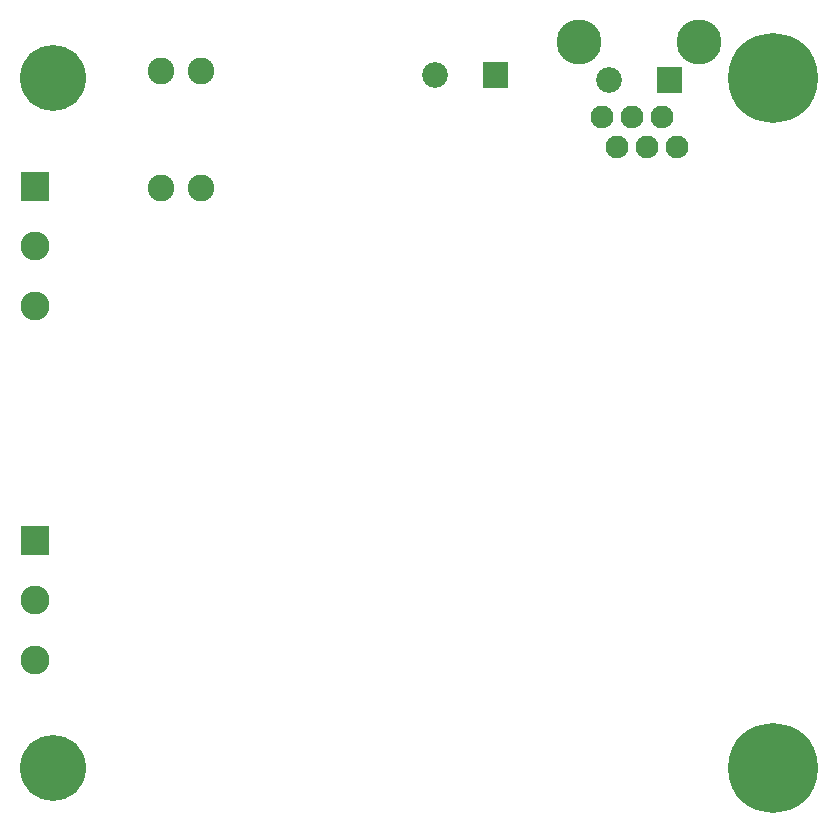
<source format=gbr>
G04 start of page 9 for group -4062 idx -4062 *
G04 Title: (unknown), soldermask *
G04 Creator: pcb 20140316 *
G04 CreationDate: Thu 02 Jul 2020 08:39:24 PM GMT UTC *
G04 For: railfan *
G04 Format: Gerber/RS-274X *
G04 PCB-Dimensions (mil): 4000.00 2950.00 *
G04 PCB-Coordinate-Origin: lower left *
%MOIN*%
%FSLAX25Y25*%
%LNBOTTOMMASK*%
%ADD141C,0.0760*%
%ADD140C,0.0860*%
%ADD139C,0.1500*%
%ADD138C,0.2997*%
%ADD137C,0.2197*%
%ADD136C,0.0960*%
%ADD135C,0.0001*%
%ADD134C,0.0890*%
G54D134*X94400Y265000D03*
X81000D03*
X94400Y226000D03*
X81000D03*
G54D135*G36*
X34200Y231300D02*Y221700D01*
X43800D01*
Y231300D01*
X34200D01*
G37*
G54D136*X39000Y206500D03*
G54D137*X45000Y262500D03*
G54D135*G36*
X34200Y113300D02*Y103700D01*
X43800D01*
Y113300D01*
X34200D01*
G37*
G54D136*X39000Y186500D03*
Y88500D03*
Y68500D03*
G54D137*X45000Y32500D03*
G54D138*X285000D03*
Y262500D03*
G54D135*G36*
X246200Y266300D02*Y257700D01*
X254800D01*
Y266300D01*
X246200D01*
G37*
G54D139*X260500Y274500D03*
G54D140*X230500Y262000D03*
G54D139*X220500Y274500D03*
G54D135*G36*
X188200Y267800D02*Y259200D01*
X196800D01*
Y267800D01*
X188200D01*
G37*
G54D140*X172500Y263500D03*
G54D141*X253000Y239500D03*
X248000Y249500D03*
X238000D03*
X228000D03*
X243000Y239500D03*
X233000D03*
M02*

</source>
